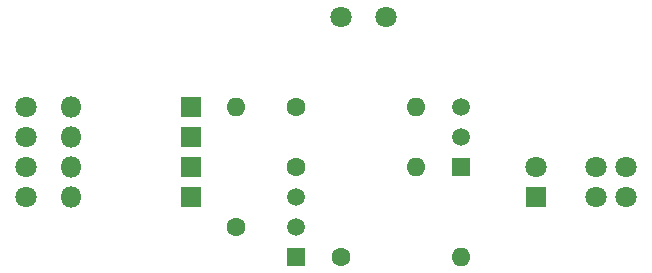
<source format=gbr>
%TF.GenerationSoftware,KiCad,Pcbnew,7.0.8*%
%TF.CreationDate,2023-10-09T16:50:41-07:00*%
%TF.ProjectId,decoder_part,6465636f-6465-4725-9f70-6172742e6b69,rev?*%
%TF.SameCoordinates,Original*%
%TF.FileFunction,Copper,L2,Bot*%
%TF.FilePolarity,Positive*%
%FSLAX46Y46*%
G04 Gerber Fmt 4.6, Leading zero omitted, Abs format (unit mm)*
G04 Created by KiCad (PCBNEW 7.0.8) date 2023-10-09 16:50:41*
%MOMM*%
%LPD*%
G01*
G04 APERTURE LIST*
%TA.AperFunction,ComponentPad*%
%ADD10O,1.600000X1.600000*%
%TD*%
%TA.AperFunction,ComponentPad*%
%ADD11C,1.600000*%
%TD*%
%TA.AperFunction,ComponentPad*%
%ADD12C,1.800000*%
%TD*%
%TA.AperFunction,ComponentPad*%
%ADD13R,1.500000X1.500000*%
%TD*%
%TA.AperFunction,ComponentPad*%
%ADD14C,1.500000*%
%TD*%
%TA.AperFunction,ComponentPad*%
%ADD15R,1.800000X1.800000*%
%TD*%
%TA.AperFunction,ComponentPad*%
%ADD16O,1.800000X1.800000*%
%TD*%
G04 APERTURE END LIST*
D10*
%TO.P,1K,2*%
%TO.N,N/C*%
X83820000Y-63500000D03*
D11*
%TO.P,1K,1*%
X73660000Y-63500000D03*
%TD*%
D12*
%TO.P,5V,1*%
%TO.N,N/C*%
X77470000Y-43180000D03*
%TD*%
%TO.P,IN,1*%
%TO.N,N/C*%
X46990000Y-55880000D03*
%TD*%
D13*
%TO.P,NOR,1*%
%TO.N,N/C*%
X69850000Y-63500000D03*
D14*
%TO.P,NOR,2*%
X69850000Y-60960000D03*
%TO.P,NOR,3*%
X69850000Y-58420000D03*
%TD*%
D11*
%TO.P,10K,1*%
%TO.N,N/C*%
X69850000Y-55880000D03*
D10*
%TO.P,10K,2*%
X80010000Y-55880000D03*
%TD*%
D11*
%TO.P,10K,1*%
%TO.N,N/C*%
X64770000Y-60960000D03*
D10*
%TO.P,10K,2*%
X64770000Y-50800000D03*
%TD*%
D12*
%TO.P,,1*%
%TO.N,N/C*%
X95250000Y-58420000D03*
%TD*%
D15*
%TO.P,REF\u002A\u002A,1*%
%TO.N,N/C*%
X90170000Y-58420000D03*
D12*
%TO.P,REF\u002A\u002A,2*%
X90170000Y-55880000D03*
%TD*%
D11*
%TO.P,1K,1*%
%TO.N,N/C*%
X69850000Y-50800000D03*
D10*
%TO.P,1K,2*%
X80010000Y-50800000D03*
%TD*%
D12*
%TO.P,IN,1*%
%TO.N,N/C*%
X46990000Y-53340000D03*
%TD*%
%TO.P,,1*%
%TO.N,N/C*%
X97790000Y-55880000D03*
%TD*%
D15*
%TO.P,,1*%
%TO.N,N/C*%
X60960000Y-50800000D03*
D16*
%TO.P,,2*%
X50800000Y-50800000D03*
%TD*%
D15*
%TO.P,,1*%
%TO.N,N/C*%
X60960000Y-53340000D03*
D16*
%TO.P,,2*%
X50800000Y-53340000D03*
%TD*%
D15*
%TO.P,,1*%
%TO.N,N/C*%
X60960000Y-58420000D03*
D16*
%TO.P,,2*%
X50800000Y-58420000D03*
%TD*%
D13*
%TO.P,Buffer,1*%
%TO.N,N/C*%
X83820000Y-55890000D03*
D14*
%TO.P,Buffer,2*%
X83820000Y-53350000D03*
%TO.P,Buffer,3*%
X83820000Y-50810000D03*
%TD*%
D12*
%TO.P,,1*%
%TO.N,N/C*%
X95250000Y-55880000D03*
%TD*%
%TO.P,,1*%
%TO.N,N/C*%
X97790000Y-58420000D03*
%TD*%
%TO.P,GND,1*%
%TO.N,N/C*%
X73660000Y-43180000D03*
%TD*%
D15*
%TO.P,,1*%
%TO.N,N/C*%
X60960000Y-55880000D03*
D16*
%TO.P,,2*%
X50800000Y-55880000D03*
%TD*%
D12*
%TO.P,IN,1*%
%TO.N,N/C*%
X46990000Y-58420000D03*
%TD*%
%TO.P,IN,1*%
%TO.N,N/C*%
X46990000Y-50800000D03*
%TD*%
M02*

</source>
